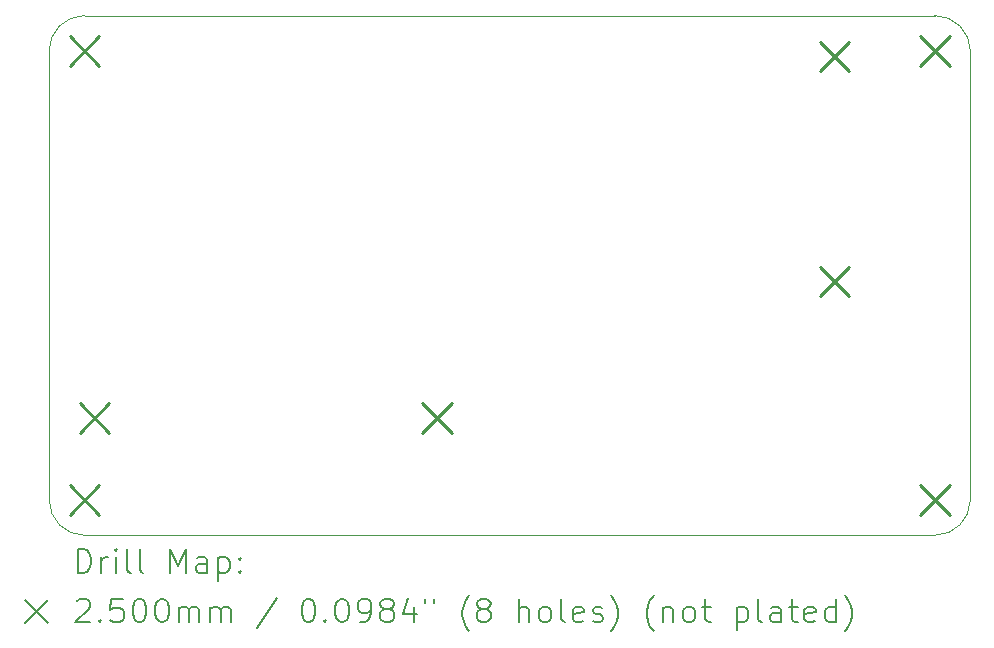
<source format=gbr>
%TF.GenerationSoftware,KiCad,Pcbnew,7.0.2*%
%TF.CreationDate,2023-06-01T00:46:06-07:00*%
%TF.ProjectId,Reflow Skillet Rev 1,5265666c-6f77-4205-936b-696c6c657420,rev?*%
%TF.SameCoordinates,Original*%
%TF.FileFunction,Drillmap*%
%TF.FilePolarity,Positive*%
%FSLAX45Y45*%
G04 Gerber Fmt 4.5, Leading zero omitted, Abs format (unit mm)*
G04 Created by KiCad (PCBNEW 7.0.2) date 2023-06-01 00:46:06*
%MOMM*%
%LPD*%
G01*
G04 APERTURE LIST*
%ADD10C,0.100000*%
%ADD11C,0.200000*%
%ADD12C,0.250000*%
G04 APERTURE END LIST*
D10*
X12000000Y-7100000D02*
G75*
G03*
X12300000Y-7400000I300000J0D01*
G01*
X19500000Y-7400000D02*
G75*
G03*
X19800000Y-7100000I0J300000D01*
G01*
X12000000Y-3300000D02*
X12000000Y-7100000D01*
X19800000Y-7100000D02*
X19800000Y-3300000D01*
X19800000Y-3300000D02*
G75*
G03*
X19500000Y-3000000I-300000J0D01*
G01*
X12300000Y-3000000D02*
G75*
G03*
X12000000Y-3300000I0J-300000D01*
G01*
X12300000Y-7400000D02*
X19500000Y-7400000D01*
X19500000Y-3000000D02*
X12300000Y-3000000D01*
D11*
D12*
X12175000Y-3175000D02*
X12425000Y-3425000D01*
X12425000Y-3175000D02*
X12175000Y-3425000D01*
X12175000Y-6975000D02*
X12425000Y-7225000D01*
X12425000Y-6975000D02*
X12175000Y-7225000D01*
X12259900Y-6281200D02*
X12509900Y-6531200D01*
X12509900Y-6281200D02*
X12259900Y-6531200D01*
X15159900Y-6281200D02*
X15409900Y-6531200D01*
X15409900Y-6281200D02*
X15159900Y-6531200D01*
X18525900Y-3222500D02*
X18775900Y-3472500D01*
X18775900Y-3222500D02*
X18525900Y-3472500D01*
X18525900Y-5127500D02*
X18775900Y-5377500D01*
X18775900Y-5127500D02*
X18525900Y-5377500D01*
X19375000Y-3175000D02*
X19625000Y-3425000D01*
X19625000Y-3175000D02*
X19375000Y-3425000D01*
X19375000Y-6975000D02*
X19625000Y-7225000D01*
X19625000Y-6975000D02*
X19375000Y-7225000D01*
D11*
X12242619Y-7717524D02*
X12242619Y-7517524D01*
X12242619Y-7517524D02*
X12290238Y-7517524D01*
X12290238Y-7517524D02*
X12318809Y-7527048D01*
X12318809Y-7527048D02*
X12337857Y-7546095D01*
X12337857Y-7546095D02*
X12347381Y-7565143D01*
X12347381Y-7565143D02*
X12356905Y-7603238D01*
X12356905Y-7603238D02*
X12356905Y-7631809D01*
X12356905Y-7631809D02*
X12347381Y-7669905D01*
X12347381Y-7669905D02*
X12337857Y-7688952D01*
X12337857Y-7688952D02*
X12318809Y-7708000D01*
X12318809Y-7708000D02*
X12290238Y-7717524D01*
X12290238Y-7717524D02*
X12242619Y-7717524D01*
X12442619Y-7717524D02*
X12442619Y-7584190D01*
X12442619Y-7622286D02*
X12452143Y-7603238D01*
X12452143Y-7603238D02*
X12461667Y-7593714D01*
X12461667Y-7593714D02*
X12480714Y-7584190D01*
X12480714Y-7584190D02*
X12499762Y-7584190D01*
X12566428Y-7717524D02*
X12566428Y-7584190D01*
X12566428Y-7517524D02*
X12556905Y-7527048D01*
X12556905Y-7527048D02*
X12566428Y-7536571D01*
X12566428Y-7536571D02*
X12575952Y-7527048D01*
X12575952Y-7527048D02*
X12566428Y-7517524D01*
X12566428Y-7517524D02*
X12566428Y-7536571D01*
X12690238Y-7717524D02*
X12671190Y-7708000D01*
X12671190Y-7708000D02*
X12661667Y-7688952D01*
X12661667Y-7688952D02*
X12661667Y-7517524D01*
X12795000Y-7717524D02*
X12775952Y-7708000D01*
X12775952Y-7708000D02*
X12766428Y-7688952D01*
X12766428Y-7688952D02*
X12766428Y-7517524D01*
X13023571Y-7717524D02*
X13023571Y-7517524D01*
X13023571Y-7517524D02*
X13090238Y-7660381D01*
X13090238Y-7660381D02*
X13156905Y-7517524D01*
X13156905Y-7517524D02*
X13156905Y-7717524D01*
X13337857Y-7717524D02*
X13337857Y-7612762D01*
X13337857Y-7612762D02*
X13328333Y-7593714D01*
X13328333Y-7593714D02*
X13309286Y-7584190D01*
X13309286Y-7584190D02*
X13271190Y-7584190D01*
X13271190Y-7584190D02*
X13252143Y-7593714D01*
X13337857Y-7708000D02*
X13318809Y-7717524D01*
X13318809Y-7717524D02*
X13271190Y-7717524D01*
X13271190Y-7717524D02*
X13252143Y-7708000D01*
X13252143Y-7708000D02*
X13242619Y-7688952D01*
X13242619Y-7688952D02*
X13242619Y-7669905D01*
X13242619Y-7669905D02*
X13252143Y-7650857D01*
X13252143Y-7650857D02*
X13271190Y-7641333D01*
X13271190Y-7641333D02*
X13318809Y-7641333D01*
X13318809Y-7641333D02*
X13337857Y-7631809D01*
X13433095Y-7584190D02*
X13433095Y-7784190D01*
X13433095Y-7593714D02*
X13452143Y-7584190D01*
X13452143Y-7584190D02*
X13490238Y-7584190D01*
X13490238Y-7584190D02*
X13509286Y-7593714D01*
X13509286Y-7593714D02*
X13518809Y-7603238D01*
X13518809Y-7603238D02*
X13528333Y-7622286D01*
X13528333Y-7622286D02*
X13528333Y-7679428D01*
X13528333Y-7679428D02*
X13518809Y-7698476D01*
X13518809Y-7698476D02*
X13509286Y-7708000D01*
X13509286Y-7708000D02*
X13490238Y-7717524D01*
X13490238Y-7717524D02*
X13452143Y-7717524D01*
X13452143Y-7717524D02*
X13433095Y-7708000D01*
X13614048Y-7698476D02*
X13623571Y-7708000D01*
X13623571Y-7708000D02*
X13614048Y-7717524D01*
X13614048Y-7717524D02*
X13604524Y-7708000D01*
X13604524Y-7708000D02*
X13614048Y-7698476D01*
X13614048Y-7698476D02*
X13614048Y-7717524D01*
X13614048Y-7593714D02*
X13623571Y-7603238D01*
X13623571Y-7603238D02*
X13614048Y-7612762D01*
X13614048Y-7612762D02*
X13604524Y-7603238D01*
X13604524Y-7603238D02*
X13614048Y-7593714D01*
X13614048Y-7593714D02*
X13614048Y-7612762D01*
X11795000Y-7945000D02*
X11995000Y-8145000D01*
X11995000Y-7945000D02*
X11795000Y-8145000D01*
X12233095Y-7956571D02*
X12242619Y-7947048D01*
X12242619Y-7947048D02*
X12261667Y-7937524D01*
X12261667Y-7937524D02*
X12309286Y-7937524D01*
X12309286Y-7937524D02*
X12328333Y-7947048D01*
X12328333Y-7947048D02*
X12337857Y-7956571D01*
X12337857Y-7956571D02*
X12347381Y-7975619D01*
X12347381Y-7975619D02*
X12347381Y-7994667D01*
X12347381Y-7994667D02*
X12337857Y-8023238D01*
X12337857Y-8023238D02*
X12223571Y-8137524D01*
X12223571Y-8137524D02*
X12347381Y-8137524D01*
X12433095Y-8118476D02*
X12442619Y-8128000D01*
X12442619Y-8128000D02*
X12433095Y-8137524D01*
X12433095Y-8137524D02*
X12423571Y-8128000D01*
X12423571Y-8128000D02*
X12433095Y-8118476D01*
X12433095Y-8118476D02*
X12433095Y-8137524D01*
X12623571Y-7937524D02*
X12528333Y-7937524D01*
X12528333Y-7937524D02*
X12518809Y-8032762D01*
X12518809Y-8032762D02*
X12528333Y-8023238D01*
X12528333Y-8023238D02*
X12547381Y-8013714D01*
X12547381Y-8013714D02*
X12595000Y-8013714D01*
X12595000Y-8013714D02*
X12614048Y-8023238D01*
X12614048Y-8023238D02*
X12623571Y-8032762D01*
X12623571Y-8032762D02*
X12633095Y-8051809D01*
X12633095Y-8051809D02*
X12633095Y-8099428D01*
X12633095Y-8099428D02*
X12623571Y-8118476D01*
X12623571Y-8118476D02*
X12614048Y-8128000D01*
X12614048Y-8128000D02*
X12595000Y-8137524D01*
X12595000Y-8137524D02*
X12547381Y-8137524D01*
X12547381Y-8137524D02*
X12528333Y-8128000D01*
X12528333Y-8128000D02*
X12518809Y-8118476D01*
X12756905Y-7937524D02*
X12775952Y-7937524D01*
X12775952Y-7937524D02*
X12795000Y-7947048D01*
X12795000Y-7947048D02*
X12804524Y-7956571D01*
X12804524Y-7956571D02*
X12814048Y-7975619D01*
X12814048Y-7975619D02*
X12823571Y-8013714D01*
X12823571Y-8013714D02*
X12823571Y-8061333D01*
X12823571Y-8061333D02*
X12814048Y-8099428D01*
X12814048Y-8099428D02*
X12804524Y-8118476D01*
X12804524Y-8118476D02*
X12795000Y-8128000D01*
X12795000Y-8128000D02*
X12775952Y-8137524D01*
X12775952Y-8137524D02*
X12756905Y-8137524D01*
X12756905Y-8137524D02*
X12737857Y-8128000D01*
X12737857Y-8128000D02*
X12728333Y-8118476D01*
X12728333Y-8118476D02*
X12718809Y-8099428D01*
X12718809Y-8099428D02*
X12709286Y-8061333D01*
X12709286Y-8061333D02*
X12709286Y-8013714D01*
X12709286Y-8013714D02*
X12718809Y-7975619D01*
X12718809Y-7975619D02*
X12728333Y-7956571D01*
X12728333Y-7956571D02*
X12737857Y-7947048D01*
X12737857Y-7947048D02*
X12756905Y-7937524D01*
X12947381Y-7937524D02*
X12966429Y-7937524D01*
X12966429Y-7937524D02*
X12985476Y-7947048D01*
X12985476Y-7947048D02*
X12995000Y-7956571D01*
X12995000Y-7956571D02*
X13004524Y-7975619D01*
X13004524Y-7975619D02*
X13014048Y-8013714D01*
X13014048Y-8013714D02*
X13014048Y-8061333D01*
X13014048Y-8061333D02*
X13004524Y-8099428D01*
X13004524Y-8099428D02*
X12995000Y-8118476D01*
X12995000Y-8118476D02*
X12985476Y-8128000D01*
X12985476Y-8128000D02*
X12966429Y-8137524D01*
X12966429Y-8137524D02*
X12947381Y-8137524D01*
X12947381Y-8137524D02*
X12928333Y-8128000D01*
X12928333Y-8128000D02*
X12918809Y-8118476D01*
X12918809Y-8118476D02*
X12909286Y-8099428D01*
X12909286Y-8099428D02*
X12899762Y-8061333D01*
X12899762Y-8061333D02*
X12899762Y-8013714D01*
X12899762Y-8013714D02*
X12909286Y-7975619D01*
X12909286Y-7975619D02*
X12918809Y-7956571D01*
X12918809Y-7956571D02*
X12928333Y-7947048D01*
X12928333Y-7947048D02*
X12947381Y-7937524D01*
X13099762Y-8137524D02*
X13099762Y-8004190D01*
X13099762Y-8023238D02*
X13109286Y-8013714D01*
X13109286Y-8013714D02*
X13128333Y-8004190D01*
X13128333Y-8004190D02*
X13156905Y-8004190D01*
X13156905Y-8004190D02*
X13175952Y-8013714D01*
X13175952Y-8013714D02*
X13185476Y-8032762D01*
X13185476Y-8032762D02*
X13185476Y-8137524D01*
X13185476Y-8032762D02*
X13195000Y-8013714D01*
X13195000Y-8013714D02*
X13214048Y-8004190D01*
X13214048Y-8004190D02*
X13242619Y-8004190D01*
X13242619Y-8004190D02*
X13261667Y-8013714D01*
X13261667Y-8013714D02*
X13271190Y-8032762D01*
X13271190Y-8032762D02*
X13271190Y-8137524D01*
X13366429Y-8137524D02*
X13366429Y-8004190D01*
X13366429Y-8023238D02*
X13375952Y-8013714D01*
X13375952Y-8013714D02*
X13395000Y-8004190D01*
X13395000Y-8004190D02*
X13423571Y-8004190D01*
X13423571Y-8004190D02*
X13442619Y-8013714D01*
X13442619Y-8013714D02*
X13452143Y-8032762D01*
X13452143Y-8032762D02*
X13452143Y-8137524D01*
X13452143Y-8032762D02*
X13461667Y-8013714D01*
X13461667Y-8013714D02*
X13480714Y-8004190D01*
X13480714Y-8004190D02*
X13509286Y-8004190D01*
X13509286Y-8004190D02*
X13528333Y-8013714D01*
X13528333Y-8013714D02*
X13537857Y-8032762D01*
X13537857Y-8032762D02*
X13537857Y-8137524D01*
X13928333Y-7928000D02*
X13756905Y-8185143D01*
X14185476Y-7937524D02*
X14204524Y-7937524D01*
X14204524Y-7937524D02*
X14223572Y-7947048D01*
X14223572Y-7947048D02*
X14233095Y-7956571D01*
X14233095Y-7956571D02*
X14242619Y-7975619D01*
X14242619Y-7975619D02*
X14252143Y-8013714D01*
X14252143Y-8013714D02*
X14252143Y-8061333D01*
X14252143Y-8061333D02*
X14242619Y-8099428D01*
X14242619Y-8099428D02*
X14233095Y-8118476D01*
X14233095Y-8118476D02*
X14223572Y-8128000D01*
X14223572Y-8128000D02*
X14204524Y-8137524D01*
X14204524Y-8137524D02*
X14185476Y-8137524D01*
X14185476Y-8137524D02*
X14166429Y-8128000D01*
X14166429Y-8128000D02*
X14156905Y-8118476D01*
X14156905Y-8118476D02*
X14147381Y-8099428D01*
X14147381Y-8099428D02*
X14137857Y-8061333D01*
X14137857Y-8061333D02*
X14137857Y-8013714D01*
X14137857Y-8013714D02*
X14147381Y-7975619D01*
X14147381Y-7975619D02*
X14156905Y-7956571D01*
X14156905Y-7956571D02*
X14166429Y-7947048D01*
X14166429Y-7947048D02*
X14185476Y-7937524D01*
X14337857Y-8118476D02*
X14347381Y-8128000D01*
X14347381Y-8128000D02*
X14337857Y-8137524D01*
X14337857Y-8137524D02*
X14328333Y-8128000D01*
X14328333Y-8128000D02*
X14337857Y-8118476D01*
X14337857Y-8118476D02*
X14337857Y-8137524D01*
X14471191Y-7937524D02*
X14490238Y-7937524D01*
X14490238Y-7937524D02*
X14509286Y-7947048D01*
X14509286Y-7947048D02*
X14518810Y-7956571D01*
X14518810Y-7956571D02*
X14528333Y-7975619D01*
X14528333Y-7975619D02*
X14537857Y-8013714D01*
X14537857Y-8013714D02*
X14537857Y-8061333D01*
X14537857Y-8061333D02*
X14528333Y-8099428D01*
X14528333Y-8099428D02*
X14518810Y-8118476D01*
X14518810Y-8118476D02*
X14509286Y-8128000D01*
X14509286Y-8128000D02*
X14490238Y-8137524D01*
X14490238Y-8137524D02*
X14471191Y-8137524D01*
X14471191Y-8137524D02*
X14452143Y-8128000D01*
X14452143Y-8128000D02*
X14442619Y-8118476D01*
X14442619Y-8118476D02*
X14433095Y-8099428D01*
X14433095Y-8099428D02*
X14423572Y-8061333D01*
X14423572Y-8061333D02*
X14423572Y-8013714D01*
X14423572Y-8013714D02*
X14433095Y-7975619D01*
X14433095Y-7975619D02*
X14442619Y-7956571D01*
X14442619Y-7956571D02*
X14452143Y-7947048D01*
X14452143Y-7947048D02*
X14471191Y-7937524D01*
X14633095Y-8137524D02*
X14671191Y-8137524D01*
X14671191Y-8137524D02*
X14690238Y-8128000D01*
X14690238Y-8128000D02*
X14699762Y-8118476D01*
X14699762Y-8118476D02*
X14718810Y-8089905D01*
X14718810Y-8089905D02*
X14728333Y-8051809D01*
X14728333Y-8051809D02*
X14728333Y-7975619D01*
X14728333Y-7975619D02*
X14718810Y-7956571D01*
X14718810Y-7956571D02*
X14709286Y-7947048D01*
X14709286Y-7947048D02*
X14690238Y-7937524D01*
X14690238Y-7937524D02*
X14652143Y-7937524D01*
X14652143Y-7937524D02*
X14633095Y-7947048D01*
X14633095Y-7947048D02*
X14623572Y-7956571D01*
X14623572Y-7956571D02*
X14614048Y-7975619D01*
X14614048Y-7975619D02*
X14614048Y-8023238D01*
X14614048Y-8023238D02*
X14623572Y-8042286D01*
X14623572Y-8042286D02*
X14633095Y-8051809D01*
X14633095Y-8051809D02*
X14652143Y-8061333D01*
X14652143Y-8061333D02*
X14690238Y-8061333D01*
X14690238Y-8061333D02*
X14709286Y-8051809D01*
X14709286Y-8051809D02*
X14718810Y-8042286D01*
X14718810Y-8042286D02*
X14728333Y-8023238D01*
X14842619Y-8023238D02*
X14823572Y-8013714D01*
X14823572Y-8013714D02*
X14814048Y-8004190D01*
X14814048Y-8004190D02*
X14804524Y-7985143D01*
X14804524Y-7985143D02*
X14804524Y-7975619D01*
X14804524Y-7975619D02*
X14814048Y-7956571D01*
X14814048Y-7956571D02*
X14823572Y-7947048D01*
X14823572Y-7947048D02*
X14842619Y-7937524D01*
X14842619Y-7937524D02*
X14880714Y-7937524D01*
X14880714Y-7937524D02*
X14899762Y-7947048D01*
X14899762Y-7947048D02*
X14909286Y-7956571D01*
X14909286Y-7956571D02*
X14918810Y-7975619D01*
X14918810Y-7975619D02*
X14918810Y-7985143D01*
X14918810Y-7985143D02*
X14909286Y-8004190D01*
X14909286Y-8004190D02*
X14899762Y-8013714D01*
X14899762Y-8013714D02*
X14880714Y-8023238D01*
X14880714Y-8023238D02*
X14842619Y-8023238D01*
X14842619Y-8023238D02*
X14823572Y-8032762D01*
X14823572Y-8032762D02*
X14814048Y-8042286D01*
X14814048Y-8042286D02*
X14804524Y-8061333D01*
X14804524Y-8061333D02*
X14804524Y-8099428D01*
X14804524Y-8099428D02*
X14814048Y-8118476D01*
X14814048Y-8118476D02*
X14823572Y-8128000D01*
X14823572Y-8128000D02*
X14842619Y-8137524D01*
X14842619Y-8137524D02*
X14880714Y-8137524D01*
X14880714Y-8137524D02*
X14899762Y-8128000D01*
X14899762Y-8128000D02*
X14909286Y-8118476D01*
X14909286Y-8118476D02*
X14918810Y-8099428D01*
X14918810Y-8099428D02*
X14918810Y-8061333D01*
X14918810Y-8061333D02*
X14909286Y-8042286D01*
X14909286Y-8042286D02*
X14899762Y-8032762D01*
X14899762Y-8032762D02*
X14880714Y-8023238D01*
X15090238Y-8004190D02*
X15090238Y-8137524D01*
X15042619Y-7928000D02*
X14995000Y-8070857D01*
X14995000Y-8070857D02*
X15118810Y-8070857D01*
X15185476Y-7937524D02*
X15185476Y-7975619D01*
X15261667Y-7937524D02*
X15261667Y-7975619D01*
X15556905Y-8213714D02*
X15547381Y-8204190D01*
X15547381Y-8204190D02*
X15528334Y-8175619D01*
X15528334Y-8175619D02*
X15518810Y-8156571D01*
X15518810Y-8156571D02*
X15509286Y-8128000D01*
X15509286Y-8128000D02*
X15499762Y-8080381D01*
X15499762Y-8080381D02*
X15499762Y-8042286D01*
X15499762Y-8042286D02*
X15509286Y-7994667D01*
X15509286Y-7994667D02*
X15518810Y-7966095D01*
X15518810Y-7966095D02*
X15528334Y-7947048D01*
X15528334Y-7947048D02*
X15547381Y-7918476D01*
X15547381Y-7918476D02*
X15556905Y-7908952D01*
X15661667Y-8023238D02*
X15642619Y-8013714D01*
X15642619Y-8013714D02*
X15633095Y-8004190D01*
X15633095Y-8004190D02*
X15623572Y-7985143D01*
X15623572Y-7985143D02*
X15623572Y-7975619D01*
X15623572Y-7975619D02*
X15633095Y-7956571D01*
X15633095Y-7956571D02*
X15642619Y-7947048D01*
X15642619Y-7947048D02*
X15661667Y-7937524D01*
X15661667Y-7937524D02*
X15699762Y-7937524D01*
X15699762Y-7937524D02*
X15718810Y-7947048D01*
X15718810Y-7947048D02*
X15728334Y-7956571D01*
X15728334Y-7956571D02*
X15737857Y-7975619D01*
X15737857Y-7975619D02*
X15737857Y-7985143D01*
X15737857Y-7985143D02*
X15728334Y-8004190D01*
X15728334Y-8004190D02*
X15718810Y-8013714D01*
X15718810Y-8013714D02*
X15699762Y-8023238D01*
X15699762Y-8023238D02*
X15661667Y-8023238D01*
X15661667Y-8023238D02*
X15642619Y-8032762D01*
X15642619Y-8032762D02*
X15633095Y-8042286D01*
X15633095Y-8042286D02*
X15623572Y-8061333D01*
X15623572Y-8061333D02*
X15623572Y-8099428D01*
X15623572Y-8099428D02*
X15633095Y-8118476D01*
X15633095Y-8118476D02*
X15642619Y-8128000D01*
X15642619Y-8128000D02*
X15661667Y-8137524D01*
X15661667Y-8137524D02*
X15699762Y-8137524D01*
X15699762Y-8137524D02*
X15718810Y-8128000D01*
X15718810Y-8128000D02*
X15728334Y-8118476D01*
X15728334Y-8118476D02*
X15737857Y-8099428D01*
X15737857Y-8099428D02*
X15737857Y-8061333D01*
X15737857Y-8061333D02*
X15728334Y-8042286D01*
X15728334Y-8042286D02*
X15718810Y-8032762D01*
X15718810Y-8032762D02*
X15699762Y-8023238D01*
X15975953Y-8137524D02*
X15975953Y-7937524D01*
X16061667Y-8137524D02*
X16061667Y-8032762D01*
X16061667Y-8032762D02*
X16052143Y-8013714D01*
X16052143Y-8013714D02*
X16033096Y-8004190D01*
X16033096Y-8004190D02*
X16004524Y-8004190D01*
X16004524Y-8004190D02*
X15985476Y-8013714D01*
X15985476Y-8013714D02*
X15975953Y-8023238D01*
X16185476Y-8137524D02*
X16166429Y-8128000D01*
X16166429Y-8128000D02*
X16156905Y-8118476D01*
X16156905Y-8118476D02*
X16147381Y-8099428D01*
X16147381Y-8099428D02*
X16147381Y-8042286D01*
X16147381Y-8042286D02*
X16156905Y-8023238D01*
X16156905Y-8023238D02*
X16166429Y-8013714D01*
X16166429Y-8013714D02*
X16185476Y-8004190D01*
X16185476Y-8004190D02*
X16214048Y-8004190D01*
X16214048Y-8004190D02*
X16233096Y-8013714D01*
X16233096Y-8013714D02*
X16242619Y-8023238D01*
X16242619Y-8023238D02*
X16252143Y-8042286D01*
X16252143Y-8042286D02*
X16252143Y-8099428D01*
X16252143Y-8099428D02*
X16242619Y-8118476D01*
X16242619Y-8118476D02*
X16233096Y-8128000D01*
X16233096Y-8128000D02*
X16214048Y-8137524D01*
X16214048Y-8137524D02*
X16185476Y-8137524D01*
X16366429Y-8137524D02*
X16347381Y-8128000D01*
X16347381Y-8128000D02*
X16337857Y-8108952D01*
X16337857Y-8108952D02*
X16337857Y-7937524D01*
X16518810Y-8128000D02*
X16499762Y-8137524D01*
X16499762Y-8137524D02*
X16461667Y-8137524D01*
X16461667Y-8137524D02*
X16442619Y-8128000D01*
X16442619Y-8128000D02*
X16433096Y-8108952D01*
X16433096Y-8108952D02*
X16433096Y-8032762D01*
X16433096Y-8032762D02*
X16442619Y-8013714D01*
X16442619Y-8013714D02*
X16461667Y-8004190D01*
X16461667Y-8004190D02*
X16499762Y-8004190D01*
X16499762Y-8004190D02*
X16518810Y-8013714D01*
X16518810Y-8013714D02*
X16528334Y-8032762D01*
X16528334Y-8032762D02*
X16528334Y-8051809D01*
X16528334Y-8051809D02*
X16433096Y-8070857D01*
X16604524Y-8128000D02*
X16623572Y-8137524D01*
X16623572Y-8137524D02*
X16661667Y-8137524D01*
X16661667Y-8137524D02*
X16680715Y-8128000D01*
X16680715Y-8128000D02*
X16690238Y-8108952D01*
X16690238Y-8108952D02*
X16690238Y-8099428D01*
X16690238Y-8099428D02*
X16680715Y-8080381D01*
X16680715Y-8080381D02*
X16661667Y-8070857D01*
X16661667Y-8070857D02*
X16633096Y-8070857D01*
X16633096Y-8070857D02*
X16614048Y-8061333D01*
X16614048Y-8061333D02*
X16604524Y-8042286D01*
X16604524Y-8042286D02*
X16604524Y-8032762D01*
X16604524Y-8032762D02*
X16614048Y-8013714D01*
X16614048Y-8013714D02*
X16633096Y-8004190D01*
X16633096Y-8004190D02*
X16661667Y-8004190D01*
X16661667Y-8004190D02*
X16680715Y-8013714D01*
X16756905Y-8213714D02*
X16766429Y-8204190D01*
X16766429Y-8204190D02*
X16785477Y-8175619D01*
X16785477Y-8175619D02*
X16795000Y-8156571D01*
X16795000Y-8156571D02*
X16804524Y-8128000D01*
X16804524Y-8128000D02*
X16814048Y-8080381D01*
X16814048Y-8080381D02*
X16814048Y-8042286D01*
X16814048Y-8042286D02*
X16804524Y-7994667D01*
X16804524Y-7994667D02*
X16795000Y-7966095D01*
X16795000Y-7966095D02*
X16785477Y-7947048D01*
X16785477Y-7947048D02*
X16766429Y-7918476D01*
X16766429Y-7918476D02*
X16756905Y-7908952D01*
X17118810Y-8213714D02*
X17109286Y-8204190D01*
X17109286Y-8204190D02*
X17090239Y-8175619D01*
X17090239Y-8175619D02*
X17080715Y-8156571D01*
X17080715Y-8156571D02*
X17071191Y-8128000D01*
X17071191Y-8128000D02*
X17061667Y-8080381D01*
X17061667Y-8080381D02*
X17061667Y-8042286D01*
X17061667Y-8042286D02*
X17071191Y-7994667D01*
X17071191Y-7994667D02*
X17080715Y-7966095D01*
X17080715Y-7966095D02*
X17090239Y-7947048D01*
X17090239Y-7947048D02*
X17109286Y-7918476D01*
X17109286Y-7918476D02*
X17118810Y-7908952D01*
X17195000Y-8004190D02*
X17195000Y-8137524D01*
X17195000Y-8023238D02*
X17204524Y-8013714D01*
X17204524Y-8013714D02*
X17223572Y-8004190D01*
X17223572Y-8004190D02*
X17252143Y-8004190D01*
X17252143Y-8004190D02*
X17271191Y-8013714D01*
X17271191Y-8013714D02*
X17280715Y-8032762D01*
X17280715Y-8032762D02*
X17280715Y-8137524D01*
X17404524Y-8137524D02*
X17385477Y-8128000D01*
X17385477Y-8128000D02*
X17375953Y-8118476D01*
X17375953Y-8118476D02*
X17366429Y-8099428D01*
X17366429Y-8099428D02*
X17366429Y-8042286D01*
X17366429Y-8042286D02*
X17375953Y-8023238D01*
X17375953Y-8023238D02*
X17385477Y-8013714D01*
X17385477Y-8013714D02*
X17404524Y-8004190D01*
X17404524Y-8004190D02*
X17433096Y-8004190D01*
X17433096Y-8004190D02*
X17452143Y-8013714D01*
X17452143Y-8013714D02*
X17461667Y-8023238D01*
X17461667Y-8023238D02*
X17471191Y-8042286D01*
X17471191Y-8042286D02*
X17471191Y-8099428D01*
X17471191Y-8099428D02*
X17461667Y-8118476D01*
X17461667Y-8118476D02*
X17452143Y-8128000D01*
X17452143Y-8128000D02*
X17433096Y-8137524D01*
X17433096Y-8137524D02*
X17404524Y-8137524D01*
X17528334Y-8004190D02*
X17604524Y-8004190D01*
X17556905Y-7937524D02*
X17556905Y-8108952D01*
X17556905Y-8108952D02*
X17566429Y-8128000D01*
X17566429Y-8128000D02*
X17585477Y-8137524D01*
X17585477Y-8137524D02*
X17604524Y-8137524D01*
X17823572Y-8004190D02*
X17823572Y-8204190D01*
X17823572Y-8013714D02*
X17842620Y-8004190D01*
X17842620Y-8004190D02*
X17880715Y-8004190D01*
X17880715Y-8004190D02*
X17899762Y-8013714D01*
X17899762Y-8013714D02*
X17909286Y-8023238D01*
X17909286Y-8023238D02*
X17918810Y-8042286D01*
X17918810Y-8042286D02*
X17918810Y-8099428D01*
X17918810Y-8099428D02*
X17909286Y-8118476D01*
X17909286Y-8118476D02*
X17899762Y-8128000D01*
X17899762Y-8128000D02*
X17880715Y-8137524D01*
X17880715Y-8137524D02*
X17842620Y-8137524D01*
X17842620Y-8137524D02*
X17823572Y-8128000D01*
X18033096Y-8137524D02*
X18014048Y-8128000D01*
X18014048Y-8128000D02*
X18004524Y-8108952D01*
X18004524Y-8108952D02*
X18004524Y-7937524D01*
X18195001Y-8137524D02*
X18195001Y-8032762D01*
X18195001Y-8032762D02*
X18185477Y-8013714D01*
X18185477Y-8013714D02*
X18166429Y-8004190D01*
X18166429Y-8004190D02*
X18128334Y-8004190D01*
X18128334Y-8004190D02*
X18109286Y-8013714D01*
X18195001Y-8128000D02*
X18175953Y-8137524D01*
X18175953Y-8137524D02*
X18128334Y-8137524D01*
X18128334Y-8137524D02*
X18109286Y-8128000D01*
X18109286Y-8128000D02*
X18099762Y-8108952D01*
X18099762Y-8108952D02*
X18099762Y-8089905D01*
X18099762Y-8089905D02*
X18109286Y-8070857D01*
X18109286Y-8070857D02*
X18128334Y-8061333D01*
X18128334Y-8061333D02*
X18175953Y-8061333D01*
X18175953Y-8061333D02*
X18195001Y-8051809D01*
X18261667Y-8004190D02*
X18337858Y-8004190D01*
X18290239Y-7937524D02*
X18290239Y-8108952D01*
X18290239Y-8108952D02*
X18299762Y-8128000D01*
X18299762Y-8128000D02*
X18318810Y-8137524D01*
X18318810Y-8137524D02*
X18337858Y-8137524D01*
X18480715Y-8128000D02*
X18461667Y-8137524D01*
X18461667Y-8137524D02*
X18423572Y-8137524D01*
X18423572Y-8137524D02*
X18404524Y-8128000D01*
X18404524Y-8128000D02*
X18395001Y-8108952D01*
X18395001Y-8108952D02*
X18395001Y-8032762D01*
X18395001Y-8032762D02*
X18404524Y-8013714D01*
X18404524Y-8013714D02*
X18423572Y-8004190D01*
X18423572Y-8004190D02*
X18461667Y-8004190D01*
X18461667Y-8004190D02*
X18480715Y-8013714D01*
X18480715Y-8013714D02*
X18490239Y-8032762D01*
X18490239Y-8032762D02*
X18490239Y-8051809D01*
X18490239Y-8051809D02*
X18395001Y-8070857D01*
X18661667Y-8137524D02*
X18661667Y-7937524D01*
X18661667Y-8128000D02*
X18642620Y-8137524D01*
X18642620Y-8137524D02*
X18604524Y-8137524D01*
X18604524Y-8137524D02*
X18585477Y-8128000D01*
X18585477Y-8128000D02*
X18575953Y-8118476D01*
X18575953Y-8118476D02*
X18566429Y-8099428D01*
X18566429Y-8099428D02*
X18566429Y-8042286D01*
X18566429Y-8042286D02*
X18575953Y-8023238D01*
X18575953Y-8023238D02*
X18585477Y-8013714D01*
X18585477Y-8013714D02*
X18604524Y-8004190D01*
X18604524Y-8004190D02*
X18642620Y-8004190D01*
X18642620Y-8004190D02*
X18661667Y-8013714D01*
X18737858Y-8213714D02*
X18747382Y-8204190D01*
X18747382Y-8204190D02*
X18766429Y-8175619D01*
X18766429Y-8175619D02*
X18775953Y-8156571D01*
X18775953Y-8156571D02*
X18785477Y-8128000D01*
X18785477Y-8128000D02*
X18795001Y-8080381D01*
X18795001Y-8080381D02*
X18795001Y-8042286D01*
X18795001Y-8042286D02*
X18785477Y-7994667D01*
X18785477Y-7994667D02*
X18775953Y-7966095D01*
X18775953Y-7966095D02*
X18766429Y-7947048D01*
X18766429Y-7947048D02*
X18747382Y-7918476D01*
X18747382Y-7918476D02*
X18737858Y-7908952D01*
M02*

</source>
